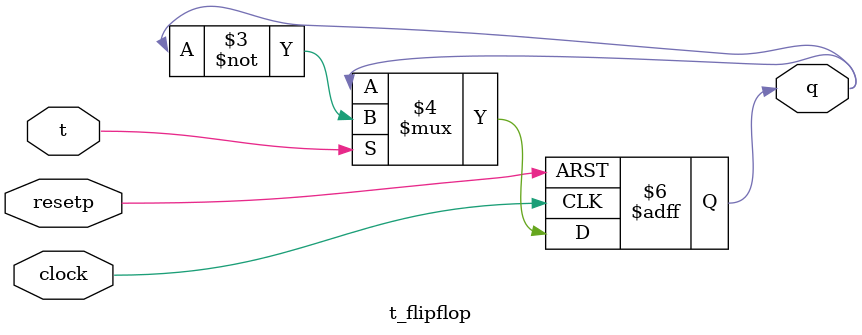
<source format=v>
`timescale 1ns / 1ps
`default_nettype none


module main	(
	input wire CLOCK_50,            //On Board 50 MHz
	input wire [9:0] SW,            // On board Switches
	input wire [3:0] KEY,           // On board push buttons
	output wire [6:0] HEX0,         // HEX displays
	output wire [6:0] HEX1,
	output wire [6:0] HEX2,
	output wire [6:0] HEX3,
	output wire [6:0] HEX4,
	output wire [6:0] HEX5,
	output wire [9:0] LEDR,         // LEDs
	output wire [7:0] x,            // VGA pixel coordinates
	output wire [6:0] y,
	output wire [2:0] colour,       // VGA pixel colour (0-7)
	output wire plot,               // Pixel drawn when this is pulsed
	output wire vga_resetn      	// VGA resets to black when this is pulsed (NOT CURRENTLY AVAILABLE)
);
	async_counter_top u1(SW[8], SW[9], SW[7], LEDR[2:0]);

endmodule

module async_counter_top(enable, clock, resetp, q);
	 input enable, clock, resetp;
	 output [2:0] q;
    wire [2:0] c ;

    t_flipflop v1 (enable, resetp, clock, c[0]);
    t_flipflop v2 (enable, resetp, ~c[0], c[1]);
    t_flipflop v3 (enable, resetp, ~c[1], c[2]);

    assign q = c;
endmodule

module t_flipflop(t, resetp, clock, q);
    input clock, t, resetp;
    output reg q;

    always@(posedge clock, posedge resetp)
        begin
            if (resetp)
                q <= 0;
            else if (t == 1)
                q <= ~q;
        end

endmodule

</source>
